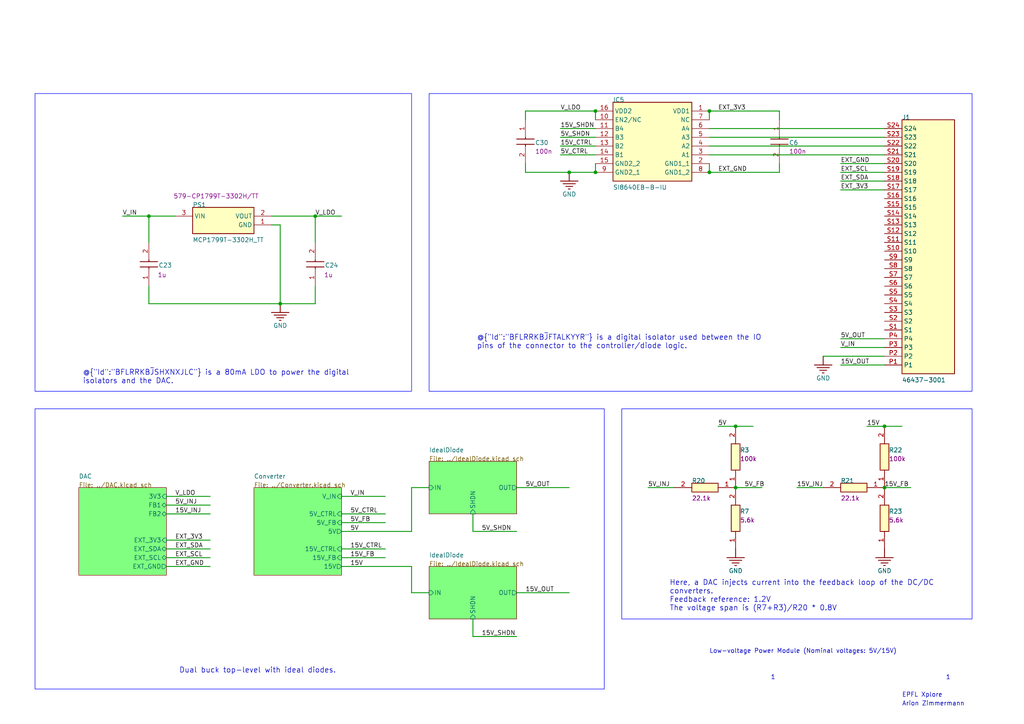
<source format=kicad_sch>
(kicad_sch (version 20230121) (generator eeschema)
  (paper "A4")
  (lib_symbols
    (symbol "Module-altium-import:GND_Style4" (power)
      (property "Reference" "#PWR" (at 0 0 0))
      (property "Value" "GND" (at 0 6.35 0))
      (symbol "GND_Style4_0_0"
        (polyline (pts (xy -2.54 -2.54) (xy 2.54 -2.54)) (stroke (width 0.254)))
        (polyline (pts (xy -1.778 -3.302) (xy 1.778 -3.302)) (stroke (width 0.254)))
        (polyline (pts (xy -1.016 -4.064) (xy 1.016 -4.064)) (stroke (width 0.254)))
        (polyline (pts (xy -0.254 -4.826) (xy 0.254 -4.826)) (stroke (width 0.254)))
        (polyline (pts (xy 0 0) (xy 0 -2.54)) (stroke (width 0.254)))
        (pin power_in line (at 0 0 0) (length 0) hide (name "GND") (number ""))
      )
    )
    (symbol "Module-altium-import:root_0_MCP1799T-3302H_TT"
      (symbol "root_0_MCP1799T-3302H_TT_1_0"
        (rectangle (start 22.86 2.54) (end 5.08 -5.08) (stroke (width 0.254)) (fill (type background)))
        (pin passive line (at 27.94 -2.54 180) (length 5.08) (name "GND") (number "1"))
        (pin passive line (at 27.94 0 180) (length 5.08) (name "VOUT") (number "2"))
        (pin passive line (at 0 0 0) (length 5.08) (name "VIN") (number "3"))
      )
    )
    (symbol "Module-altium-import:root_0_SI8640EB-B-IU"
      (symbol "root_0_SI8640EB-B-IU_1_0"
        (rectangle (start 27.94 2.54) (end 5.08 -20.32) (stroke (width 0.254)) (fill (type background)))
        (pin passive line (at 33.02 0 180) (length 5.08) (name "VDD1") (number "1"))
        (pin passive line (at 0 -2.54 0) (length 5.08) (name "EN2/NC") (number "10"))
        (pin passive line (at 0 -5.08 0) (length 5.08) (name "B4") (number "11"))
        (pin passive line (at 0 -7.62 0) (length 5.08) (name "B3") (number "12"))
        (pin passive line (at 0 -10.16 0) (length 5.08) (name "B2") (number "13"))
        (pin passive line (at 0 -12.7 0) (length 5.08) (name "B1") (number "14"))
        (pin passive line (at 0 -15.24 0) (length 5.08) (name "GND2_2") (number "15"))
        (pin passive line (at 0 0 0) (length 5.08) (name "VDD2") (number "16"))
        (pin passive line (at 33.02 -15.24 180) (length 5.08) (name "GND1_1") (number "2"))
        (pin passive line (at 33.02 -12.7 180) (length 5.08) (name "A1") (number "3"))
        (pin passive line (at 33.02 -10.16 180) (length 5.08) (name "A2") (number "4"))
        (pin passive line (at 33.02 -7.62 180) (length 5.08) (name "A3") (number "5"))
        (pin passive line (at 33.02 -5.08 180) (length 5.08) (name "A4") (number "6"))
        (pin passive line (at 33.02 -2.54 180) (length 5.08) (name "NC") (number "7"))
        (pin passive line (at 33.02 -17.78 180) (length 5.08) (name "GND1_2") (number "8"))
        (pin passive line (at 0 -17.78 0) (length 5.08) (name "GND2_1") (number "9"))
      )
    )
    (symbol "Module-altium-import:root_1_C1206C105K5RAC"
      (symbol "root_1_C1206C105K5RAC_1_0"
        (polyline (pts (xy -2.54 5.588) (xy 2.54 5.588)) (stroke (width 0.254)))
        (polyline (pts (xy -2.54 7.112) (xy 2.54 7.112)) (stroke (width 0.254)))
        (polyline (pts (xy 0 5.08) (xy 0 5.588)) (stroke (width 0.254)))
        (polyline (pts (xy 0 7.112) (xy 0 7.62)) (stroke (width 0.254)))
        (pin passive line (at 0 0 90) (length 5.08) (name "1") (number "1"))
        (pin passive line (at 0 12.7 270) (length 5.08) (name "2") (number "2"))
      )
    )
    (symbol "Module-altium-import:root_1_CRCW0603100KFKEAC"
      (symbol "root_1_CRCW0603100KFKEAC_1_0"
        (rectangle (start 1.27 12.7) (end -1.27 5.08) (stroke (width 0.254)) (fill (type background)))
        (pin passive line (at 0 0 90) (length 5.08) (name "1") (number "1"))
        (pin passive line (at 0 17.78 270) (length 5.08) (name "2") (number "2"))
      )
    )
    (symbol "Module-altium-import:root_1_CRCW06035K62FKEB"
      (symbol "root_1_CRCW06035K62FKEB_1_0"
        (rectangle (start 1.27 12.7) (end -1.27 5.08) (stroke (width 0.254)) (fill (type background)))
        (pin passive line (at 0 0 90) (length 5.08) (name "1") (number "1"))
        (pin passive line (at 0 17.78 270) (length 5.08) (name "2") (number "2"))
      )
    )
    (symbol "Module-altium-import:root_2_46437-3001"
      (symbol "root_2_46437-3001_1_0"
        (rectangle (start -5.08 106.68) (end -20.32 33.02) (stroke (width 0.254)) (fill (type background)))
        (pin passive line (at -25.4 35.56 0) (length 5.08) (name "P1") (number "P1"))
        (pin passive line (at -25.4 38.1 0) (length 5.08) (name "P2") (number "P2"))
        (pin passive line (at -25.4 40.64 0) (length 5.08) (name "P3") (number "P3"))
        (pin passive line (at -25.4 43.18 0) (length 5.08) (name "P4") (number "P4"))
        (pin passive line (at -25.4 45.72 0) (length 5.08) (name "S1") (number "S1"))
        (pin passive line (at -25.4 68.58 0) (length 5.08) (name "S10") (number "S10"))
        (pin passive line (at -25.4 71.12 0) (length 5.08) (name "S11") (number "S11"))
        (pin passive line (at -25.4 73.66 0) (length 5.08) (name "S12") (number "S12"))
        (pin passive line (at -25.4 76.2 0) (length 5.08) (name "S13") (number "S13"))
        (pin passive line (at -25.4 78.74 0) (length 5.08) (name "S14") (number "S14"))
        (pin passive line (at -25.4 81.28 0) (length 5.08) (name "S15") (number "S15"))
        (pin passive line (at -25.4 83.82 0) (length 5.08) (name "S16") (number "S16"))
        (pin passive line (at -25.4 86.36 0) (length 5.08) (name "S17") (number "S17"))
        (pin passive line (at -25.4 88.9 0) (length 5.08) (name "S18") (number "S18"))
        (pin passive line (at -25.4 91.44 0) (length 5.08) (name "S19") (number "S19"))
        (pin passive line (at -25.4 48.26 0) (length 5.08) (name "S2") (number "S2"))
        (pin passive line (at -25.4 93.98 0) (length 5.08) (name "S20") (number "S20"))
        (pin passive line (at -25.4 96.52 0) (length 5.08) (name "S21") (number "S21"))
        (pin passive line (at -25.4 99.06 0) (length 5.08) (name "S22") (number "S22"))
        (pin passive line (at -25.4 101.6 0) (length 5.08) (name "S23") (number "S23"))
        (pin passive line (at -25.4 104.14 0) (length 5.08) (name "S24") (number "S24"))
        (pin passive line (at -25.4 50.8 0) (length 5.08) (name "S3") (number "S3"))
        (pin passive line (at -25.4 53.34 0) (length 5.08) (name "S4") (number "S4"))
        (pin passive line (at -25.4 55.88 0) (length 5.08) (name "S5") (number "S5"))
        (pin passive line (at -25.4 58.42 0) (length 5.08) (name "S6") (number "S6"))
        (pin passive line (at -25.4 60.96 0) (length 5.08) (name "S7") (number "S7"))
        (pin passive line (at -25.4 63.5 0) (length 5.08) (name "S8") (number "S8"))
        (pin passive line (at -25.4 66.04 0) (length 5.08) (name "S9") (number "S9"))
      )
    )
    (symbol "Module-altium-import:root_2_CRCW06037K50FKEB"
      (symbol "root_2_CRCW06037K50FKEB_1_0"
        (rectangle (start -5.08 1.27) (end -12.7 -1.27) (stroke (width 0.254)) (fill (type background)))
        (pin passive line (at 0 0 180) (length 5.08) (name "1") (number "1"))
        (pin passive line (at -17.78 0 0) (length 5.08) (name "2") (number "2"))
      )
    )
    (symbol "Module-altium-import:root_3_C0603C104K5RACTU"
      (symbol "root_3_C0603C104K5RACTU_1_0"
        (polyline (pts (xy 0 -7.112) (xy 0 -7.62)) (stroke (width 0.254)))
        (polyline (pts (xy 0 -5.08) (xy 0 -5.588)) (stroke (width 0.254)))
        (polyline (pts (xy 2.54 -7.112) (xy -2.54 -7.112)) (stroke (width 0.254)))
        (polyline (pts (xy 2.54 -5.588) (xy -2.54 -5.588)) (stroke (width 0.254)))
        (pin passive line (at 0 0 270) (length 5.08) (name "1") (number "1"))
        (pin passive line (at 0 -12.7 90) (length 5.08) (name "2") (number "2"))
      )
    )
  )
  (junction (at 81.28 88.0872))
  (junction (at 165.1 49.9872))
  (junction (at 172.72 32.2072))
  (junction (at 205.74 32.2072))
  (junction (at 172.72 49.9872))
  (junction (at 213.36 141.4272))
  (junction (at 256.54 141.4272))
  (junction (at 213.36 123.6472))
  (junction (at 91.44 62.6872))
  (junction (at 205.74 49.9872))
  (junction (at 43.18 62.6872))
  (junction (at 256.54 123.6472))
  (wire (pts (xy 226.06 32.2072) (xy 226.06 34.7472)) (stroke (width 0.254)))
  (wire (pts (xy 172.72 32.2072) (xy 152.4 32.2072)) (stroke (width 0.254)))
  (wire (pts (xy 165.1 141.4272) (xy 149.86 141.4272)) (stroke (width 0.254)))
  (wire (pts (xy 91.44 88.0872) (xy 91.44 83.0072)) (stroke (width 0.254)))
  (wire (pts (xy 119.38 164.2872) (xy 119.38 171.9072)) (stroke (width 0.254)))
  (wire (pts (xy 256.54 47.4472) (xy 243.84 47.4472)) (stroke (width 0.254)))
  (wire (pts (xy 256.54 100.7872) (xy 243.84 100.7872)) (stroke (width 0.254)))
  (wire (pts (xy 60.96 143.9672) (xy 48.26 143.9672)) (stroke (width 0.254)))
  (wire (pts (xy 81.28 88.0872) (xy 91.44 88.0872)) (stroke (width 0.254)))
  (wire (pts (xy 60.96 159.2072) (xy 48.26 159.2072)) (stroke (width 0.254)))
  (wire (pts (xy 205.74 42.3672) (xy 256.54 42.3672)) (stroke (width 0.254)))
  (wire (pts (xy 111.76 151.5872) (xy 99.06 151.5872)) (stroke (width 0.254)))
  (wire (pts (xy 243.84 55.0672) (xy 256.54 55.0672)) (stroke (width 0.254)))
  (wire (pts (xy 208.28 123.6472) (xy 213.36 123.6472)) (stroke (width 0.254)))
  (wire (pts (xy 81.28 88.0872) (xy 81.28 65.2272)) (stroke (width 0.254)))
  (wire (pts (xy 226.06 47.4472) (xy 226.06 49.9872)) (stroke (width 0.254)))
  (wire (pts (xy 119.38 154.1272) (xy 119.38 141.4272)) (stroke (width 0.254)))
  (wire (pts (xy 187.96 141.4272) (xy 195.58 141.4272)) (stroke (width 0.254)))
  (wire (pts (xy 172.72 34.7472) (xy 172.72 32.2072)) (stroke (width 0.254)))
  (wire (pts (xy 152.4 32.2072) (xy 152.4 34.7472)) (stroke (width 0.254)))
  (wire (pts (xy 43.18 83.0072) (xy 43.18 88.0872)) (stroke (width 0.254)))
  (wire (pts (xy 137.16 154.1272) (xy 149.86 154.1272)) (stroke (width 0.254)))
  (wire (pts (xy 60.96 164.2872) (xy 48.26 164.2872)) (stroke (width 0.254)))
  (wire (pts (xy 99.06 149.0472) (xy 111.76 149.0472)) (stroke (width 0.254)))
  (wire (pts (xy 256.54 103.3272) (xy 238.76 103.3272)) (stroke (width 0.254)))
  (wire (pts (xy 137.16 149.0472) (xy 137.16 154.1272)) (stroke (width 0.254)))
  (wire (pts (xy 251.46 123.6472) (xy 256.54 123.6472)) (stroke (width 0.254)))
  (wire (pts (xy 91.44 62.6872) (xy 78.74 62.6872)) (stroke (width 0.254)))
  (wire (pts (xy 172.72 49.9872) (xy 172.72 47.4472)) (stroke (width 0.254)))
  (wire (pts (xy 99.06 159.2072) (xy 111.76 159.2072)) (stroke (width 0.254)))
  (wire (pts (xy 243.84 98.2472) (xy 256.54 98.2472)) (stroke (width 0.254)))
  (wire (pts (xy 256.54 39.8272) (xy 205.74 39.8272)) (stroke (width 0.254)))
  (wire (pts (xy 60.96 161.7472) (xy 48.26 161.7472)) (stroke (width 0.254)))
  (wire (pts (xy 205.74 37.2872) (xy 256.54 37.2872)) (stroke (width 0.254)))
  (wire (pts (xy 119.38 171.9072) (xy 124.46 171.9072)) (stroke (width 0.254)))
  (wire (pts (xy 91.44 70.3072) (xy 91.44 62.6872)) (stroke (width 0.254)))
  (wire (pts (xy 152.4 49.9872) (xy 165.1 49.9872)) (stroke (width 0.254)))
  (wire (pts (xy 213.36 123.6472) (xy 218.44 123.6472)) (stroke (width 0.254)))
  (wire (pts (xy 99.06 164.2872) (xy 119.38 164.2872)) (stroke (width 0.254)))
  (wire (pts (xy 48.26 156.6672) (xy 60.96 156.6672)) (stroke (width 0.254)))
  (wire (pts (xy 99.06 154.1272) (xy 119.38 154.1272)) (stroke (width 0.254)))
  (wire (pts (xy 231.14 141.4272) (xy 238.76 141.4272)) (stroke (width 0.254)))
  (wire (pts (xy 256.54 141.4272) (xy 264.16 141.4272)) (stroke (width 0.254)))
  (wire (pts (xy 91.44 62.6872) (xy 99.06 62.6872)) (stroke (width 0.254)))
  (wire (pts (xy 162.56 39.8272) (xy 172.72 39.8272)) (stroke (width 0.254)))
  (wire (pts (xy 35.56 62.6872) (xy 43.18 62.6872)) (stroke (width 0.254)))
  (wire (pts (xy 256.54 44.9072) (xy 205.74 44.9072)) (stroke (width 0.254)))
  (wire (pts (xy 43.18 62.6872) (xy 50.8 62.6872)) (stroke (width 0.254)))
  (wire (pts (xy 205.74 49.9872) (xy 205.74 47.4472)) (stroke (width 0.254)))
  (wire (pts (xy 48.26 149.0472) (xy 60.96 149.0472)) (stroke (width 0.254)))
  (wire (pts (xy 149.86 184.6072) (xy 137.16 184.6072)) (stroke (width 0.254)))
  (wire (pts (xy 43.18 70.3072) (xy 43.18 62.6872)) (stroke (width 0.254)))
  (wire (pts (xy 205.74 34.7472) (xy 205.74 32.2072)) (stroke (width 0.254)))
  (wire (pts (xy 43.18 88.0872) (xy 81.28 88.0872)) (stroke (width 0.254)))
  (wire (pts (xy 152.4 47.4472) (xy 152.4 49.9872)) (stroke (width 0.254)))
  (wire (pts (xy 226.06 49.9872) (xy 205.74 49.9872)) (stroke (width 0.254)))
  (wire (pts (xy 256.54 123.6472) (xy 261.62 123.6472)) (stroke (width 0.254)))
  (wire (pts (xy 213.36 141.4272) (xy 220.98 141.4272)) (stroke (width 0.254)))
  (wire (pts (xy 205.74 32.2072) (xy 226.06 32.2072)) (stroke (width 0.254)))
  (wire (pts (xy 137.16 184.6072) (xy 137.16 179.5272)) (stroke (width 0.254)))
  (wire (pts (xy 256.54 52.5272) (xy 243.84 52.5272)) (stroke (width 0.254)))
  (wire (pts (xy 111.76 161.7472) (xy 99.06 161.7472)) (stroke (width 0.254)))
  (wire (pts (xy 165.1 171.9072) (xy 149.86 171.9072)) (stroke (width 0.254)))
  (wire (pts (xy 162.56 42.3672) (xy 172.72 42.3672)) (stroke (width 0.254)))
  (wire (pts (xy 111.76 143.9672) (xy 99.06 143.9672)) (stroke (width 0.254)))
  (wire (pts (xy 256.54 105.8672) (xy 243.84 105.8672)) (stroke (width 0.254)))
  (wire (pts (xy 165.1 49.9872) (xy 172.72 49.9872)) (stroke (width 0.254)))
  (wire (pts (xy 119.38 141.4272) (xy 124.46 141.4272)) (stroke (width 0.254)))
  (wire (pts (xy 48.26 146.5072) (xy 60.96 146.5072)) (stroke (width 0.254)))
  (wire (pts (xy 162.56 44.9072) (xy 172.72 44.9072)) (stroke (width 0.254)))
  (wire (pts (xy 243.84 49.9872) (xy 256.54 49.9872)) (stroke (width 0.254)))
  (wire (pts (xy 162.56 37.2872) (xy 172.72 37.2872)) (stroke (width 0.254)))
  (wire (pts (xy 81.28 65.2272) (xy 78.74 65.2272)) (stroke (width 0.254)))
  (rectangle (start 175.26 118.5672) (end 10.16 199.8472) (stroke (width 0) (color 0 0 255 1)))
  (rectangle (start 119.38 27.1272) (end 10.16 113.4872) (stroke (width 0) (color 0 0 255 1)))
  (rectangle (start 281.94 118.5672) (end 180.34 179.5272) (stroke (width 0) (color 0 0 255 1)))
  (rectangle (start 281.94 27.1272) (end 124.46 113.4872) (stroke (width 0) (color 0 0 255 1)))
  (text_box "Dual buck top-level with ideal diodes." (at 137.16 192.2272 0) (size -86.36 7.62) (stroke (width -0.0001) (color 0 0 0 1)) (effects (font (size 1.524 1.524)) (justify left top)))
  (text_box "@{\"Id\":\"BFLRRKB~{J}FTALKYYR\"} is a digital isolator used between the IO pins of the connector to the controller/diode logic." (at 223.52 95.7072 0) (size -86.36 10.16) (stroke (width -0.0001) (color 0 0 0 1)) (effects (font (size 1.524 1.524)) (justify left top)))
  (text_box "@{\"Id\":\"BFLRRKB~{J}SHXNXJLC\"} is a 80mA LDO to power the digital isolators and the DAC." (at 109.22 105.8672 0) (size -86.36 7.62) (stroke (width -0.0001) (color 0 0 0 1)) (effects (font (size 1.524 1.524)) (justify left top)))
  (text_box "Here, a DAC injects current into the feedback loop of the DC/DC converters.\nFeedback reference: 1.2V\nThe voltage span is (R7+R3)/R20 * 0.8V" (at 279.4 166.8272 0) (size -86.36 12.7) (stroke (width -0.0001) (color 0 0 0 1)) (effects (font (size 1.524 1.524)) (justify left top)))
  (text "Arion Zimmermann" (at 261.62 204.9272 0) (effects (font (size 1.27 1.27)) (justify left bottom)))
  (text "1" (at 274.32 197.3072 0) (effects (font (size 1.27 1.27)) (justify left bottom)))
  (text "EPFL Xplore" (at 261.62 202.3872 0) (effects (font (size 1.27 1.27)) (justify left bottom)))
  (text "1" (at 223.52 197.3072 0) (effects (font (size 1.27 1.27)) (justify left bottom)))
  (text "Low-voltage Power Module (Nominal voltages: 5V/15V)" (at 205.74 189.6872 0) (effects (font (size 1.27 1.27)) (justify left bottom)))
  (label "V_IN" (at 35.56 62.6872 180))
  (label "15V_SHDN" (at 139.7 184.6072 180))
  (label "EXT_SCL" (at 243.84 49.9872 180))
  (label "EXT_GND" (at 243.84 47.4472 180))
  (label "EXT_GND" (at 50.8 164.2872 180))
  (label "15V_FB" (at 101.6 161.7472 180))
  (label "5V_FB" (at 101.6 151.5872 180))
  (label "EXT_SDA" (at 50.8 159.2072 180))
  (label "5V" (at 101.6 154.1272 180))
  (label "V_LDO" (at 162.56 32.2072 180))
  (label "5V_CTRL" (at 162.56 44.9072 180))
  (label "5V" (at 208.28 123.6472 180))
  (label "5V_INJ" (at 187.96 141.4272 180))
  (label "15V_FB" (at 256.54 141.4272 180))
  (label "15V_OUT" (at 243.84 105.8672 180))
  (label "5V_CTRL" (at 101.6 149.0472 180))
  (label "EXT_SCL" (at 50.8 161.7472 180))
  (label "15V" (at 251.46 123.6472 180))
  (label "15V_CTRL" (at 101.6 159.2072 180))
  (label "5V_INJ" (at 50.8 146.5072 180))
  (label "15V_INJ" (at 50.8 149.0472 180))
  (label "EXT_3V3" (at 50.8 156.6672 180))
  (label "5V_SHDN" (at 139.7 154.1272 180))
  (label "V_IN" (at 101.6 143.9672 180))
  (label "V_IN" (at 243.84 100.7872 180))
  (label "EXT_SDA" (at 243.84 52.5272 180))
  (label "15V_OUT" (at 152.4 171.9072 180))
  (label "15V_INJ" (at 231.14 141.4272 180))
  (label "5V_SHDN" (at 162.56 39.8272 180))
  (label "5V_OUT" (at 152.4 141.4272 180))
  (label "15V" (at 101.6 164.2872 180))
  (label "5V_FB" (at 215.9 141.4272 180))
  (label "V_LDO" (at 91.44 62.6872 180))
  (label "5V_OUT" (at 243.84 98.2472 180))
  (label "15V_SHDN" (at 162.56 37.2872 180))
  (label "15V_CTRL" (at 162.56 42.3672 180))
  (label "EXT_3V3" (at 208.28 32.2072 180))
  (label "EXT_3V3" (at 243.84 55.0672 180))
  (label "EXT_GND" (at 208.28 49.9872 180))
  (label "V_LDO" (at 50.8 143.9672 180))
  (symbol (lib_id "Module-altium-import:root_1_CRCW0603100KFKEAC") (at 213.36 141.4272 0) (unit 1)
    (property "Reference" "R3" (at 214.63 131.2672 0) (effects (justify left bottom)))
    (property "Value" "CRCW0603100KJNEAC" (effects hide))
    (property "Footprint" "C__Users_Arion_Documents_AltiumLL_SamacSys.PcbLib:RESC1608X55N" (effects hide))
    (property "DATASHEET LINK" "https://www.mouser.com/datasheet/2/427/crcwce3-1223726.pdf" (effects hide))
    (property "HEIGHT" "0.55mm" (effects hide))
    (property "MANUFACTURER_NAME" "Vishay" (effects hide))
    (property "MANUFACTURER_PART_NUMBER" "CRCW0603100KFKEAC" (effects hide))
    (property "MOUSER PART NUMBER" "71-CRCW0603100KFKEAC" (effects hide))
    (property "MOUSER PRICE/STOCK" "https://www.mouser.co.uk/ProductDetail/Vishay-Dale/CRCW0603100KFKEAC?qs=E3Y5ESvWgWPxzfNYyMgX1w%3D%3D" (effects hide))
    (property "ARROW PART NUMBER" "CRCW0603100KFKEAC" (effects hide))
    (property "ARROW PRICE/STOCK" "https://www.arrow.com/en/products/crcw0603100kfkeac/vishay" (effects hide))
    (property "ALTIUM_VALUE" "100k" (at 214.63 133.8072 0) (effects (justify left bottom)))
    (property "SUPPLIER 1" "Mouser" (effects hide))
    (property "SUPPLIER PART NUMBER 1" "71-CRCW0603100KJNEAC" (effects hide))
  )
  (symbol (lib_id "Module-altium-import:root_1_CRCW06035K62FKEB") (at 256.54 159.2072 0) (unit 1)
    (property "Reference" "R23" (at 257.81 149.0472 0) (effects (justify left bottom)))
    (property "Value" "CRCW06035K60JNEAC" (effects hide))
    (property "Footprint" "C__Users_Arion_Documents_AltiumLL_SamacSys.PcbLib:RESC1608X50N" (effects hide))
    (property "DATASHEET LINK" "http://www.vishay.com/docs/20035/dcrcwe3.pdf" (effects hide))
    (property "HEIGHT" "0.5mm" (effects hide))
    (property "MANUFACTURER_NAME" "Vishay" (effects hide))
    (property "MANUFACTURER_PART_NUMBER" "CRCW06035K62FKEB" (effects hide))
    (property "MOUSER PART NUMBER" "71-CRCW06035K62FKEB" (effects hide))
    (property "MOUSER PRICE/STOCK" "https://www.mouser.co.uk/ProductDetail/Vishay-Dale/CRCW06035K62FKEB?qs=P6ImCWcZKGBvDktlVJxa7w%3D%3D" (effects hide))
    (property "ALTIUM_VALUE" "5.6k" (at 257.81 151.5872 0) (effects (justify left bottom)))
    (property "SUPPLIER 1" "Mouser" (effects hide))
    (property "SUPPLIER PART NUMBER 1" "71-CRCW06035K60JNEAC" (effects hide))
  )
  (symbol (lib_id "Module-altium-import:root_2_CRCW06037K50FKEB") (at 213.36 141.4272 0) (unit 1)
    (property "Reference" "R20" (at 200.66 140.1572 0) (effects (justify left bottom)))
    (property "Value" "CRCW060322K1FKEB" (effects hide))
    (property "Footprint" "C__Users_Arion_Documents_AltiumLL_SamacSys.PcbLib:RESC1608X50N" (effects hide))
    (property "DATASHEET LINK" "http://www.vishay.com/docs/20035/dcrcwe3.pdf" (effects hide))
    (property "HEIGHT" "0.5mm" (effects hide))
    (property "MANUFACTURER_NAME" "Vishay" (effects hide))
    (property "MANUFACTURER_PART_NUMBER" "CRCW06037K50FKEB" (effects hide))
    (property "MOUSER PART NUMBER" "71-CRCW06037K50FKEB" (effects hide))
    (property "MOUSER PRICE/STOCK" "https://www.mouser.co.uk/ProductDetail/Vishay-Dale/CRCW06037K50FKEB?qs=2ihuRUavkaTvW2vO4EimMQ%3D%3D" (effects hide))
    (property "ALTIUM_VALUE" "22.1k" (at 200.66 145.2372 0) (effects (justify left bottom)))
    (property "SUPPLIER 1" "Mouser" (effects hide))
    (property "SUPPLIER PART NUMBER 1" "71-CRCW060322K1FKEB" (effects hide))
  )
  (symbol (lib_id "Module-altium-import:root_2_46437-3001") (at 281.94 141.4272 0) (unit 1)
    (property "Reference" "J1" (at 261.62 34.7472 0) (effects (justify left bottom)))
    (property "Value" "46437-3001" (at 261.62 110.9472 0) (effects (justify left bottom)))
    (property "Footprint" "464373001" (effects hide))
    (property "DATASHEET LINK" "https://componentsearchengine.com/Datasheets/1/46437-3007.pdf" (effects hide))
    (property "HEIGHT" "10mm" (effects hide))
    (property "MANUFACTURER_NAME" "Molex" (effects hide))
    (property "MANUFACTURER_PART_NUMBER" "46437-3001" (effects hide))
    (property "MOUSER PART NUMBER" "538-46437-3001" (effects hide))
    (property "MOUSER PRICE/STOCK" "https://www.mouser.com/Search/Refine.aspx?Keyword=538-46437-3007" (effects hide))
    (property "SYSTEM" "Connector" (effects hide))
  )
  (symbol (lib_id "Module-altium-import:root_3_C0603C104K5RACTU") (at 152.4 34.7472 0) (unit 1)
    (property "Reference" "C30" (at 155.194 42.1132 0) (effects (justify left bottom)))
    (property "Value" "C0603C104K5RACTU" (effects hide))
    (property "Footprint" "C__Users_Arion_Documents_AltiumLL_SamacSys.PcbLib:CAPC1608X95N" (effects hide))
    (property "DATASHEET LINK" "http://www.farnell.com/datasheets/2205446.pdf" (effects hide))
    (property "HEIGHT" "0.95mm" (effects hide))
    (property "MANUFACTURER_NAME" "Kemet" (effects hide))
    (property "MANUFACTURER_PART_NUMBER" "C0603C104K5RACTU" (effects hide))
    (property "MOUSER PART NUMBER" "80-C0603C104K5R" (effects hide))
    (property "MOUSER PRICE/STOCK" "https://www.mouser.co.uk/ProductDetail/KEMET/C0603C104K5RACTU?qs=l5k%252BbMnNDkkVcnZPSAaaiQ%3D%3D" (effects hide))
    (property "ARROW PART NUMBER" "C0603C104K5RACTU" (effects hide))
    (property "ARROW PRICE/STOCK" "https://www.arrow.com/en/products/c0603c104k5ractu/kemet-corporation" (effects hide))
    (property "ALTIUM_VALUE" "100n" (at 155.194 44.6532 0) (effects (justify left bottom)))
    (property "SUPPLIER 1" "Mouser" (effects hide))
    (property "SUPPLIER PART NUMBER 1" "80-C0603C104K5R" (effects hide))
  )
  (symbol (lib_id "Module-altium-import:root_0_SI8640EB-B-IU") (at 172.72 32.2072 0) (unit 1)
    (property "Reference" "IC5" (at 177.8 29.6672 0) (effects (justify left bottom)))
    (property "Value" "SI8640EB-B-IU" (at 177.8 55.0672 0) (effects (justify left bottom)))
    (property "Footprint" "C__Users_Arion_Documents_AltiumLL_SamacSys.PcbLib:SOP64P600X175-16N" (effects hide))
    (property "DATASHEET LINK" "https://www.mouser.in/datasheet/2/472/si864x_datasheet-2507790.pdf" (effects hide))
    (property "HEIGHT" "1.75mm" (effects hide))
    (property "MANUFACTURER_NAME" "Skyworks" (effects hide))
    (property "MANUFACTURER_PART_NUMBER" "SI8640EB-B-IU" (effects hide))
    (property "MOUSER PART NUMBER" "634-SI8640EB-B-IU" (effects hide))
    (property "MOUSER PRICE/STOCK" "https://www.mouser.co.uk/ProductDetail/Skyworks-Solutions-Inc/SI8640EB-B-IU?qs=1mbolxNpo8djAX8%252BwHCeQQ%3D%3D" (effects hide))
  )
  (symbol (lib_id "Module-altium-import:root_1_CRCW06035K62FKEB") (at 213.36 159.2072 0) (unit 1)
    (property "Reference" "R7" (at 214.63 149.0472 0) (effects (justify left bottom)))
    (property "Value" "CRCW06035K60JNEAC" (effects hide))
    (property "Footprint" "C__Users_Arion_Documents_AltiumLL_SamacSys.PcbLib:RESC1608X50N" (effects hide))
    (property "DATASHEET LINK" "http://www.vishay.com/docs/20035/dcrcwe3.pdf" (effects hide))
    (property "HEIGHT" "0.5mm" (effects hide))
    (property "MANUFACTURER_NAME" "Vishay" (effects hide))
    (property "MANUFACTURER_PART_NUMBER" "CRCW06035K62FKEB" (effects hide))
    (property "MOUSER PART NUMBER" "71-CRCW06035K62FKEB" (effects hide))
    (property "MOUSER PRICE/STOCK" "https://www.mouser.co.uk/ProductDetail/Vishay-Dale/CRCW06035K62FKEB?qs=P6ImCWcZKGBvDktlVJxa7w%3D%3D" (effects hide))
    (property "ALTIUM_VALUE" "5.6k" (at 214.63 151.5872 0) (effects (justify left bottom)))
    (property "SUPPLIER 1" "Mouser" (effects hide))
    (property "SUPPLIER PART NUMBER 1" "71-CRCW06035K60JNEAC" (effects hide))
  )
  (symbol (lib_id "Module-altium-import:root_1_CRCW0603100KFKEAC") (at 256.54 141.4272 0) (unit 1)
    (property "Reference" "R22" (at 257.81 131.2672 0) (effects (justify left bottom)))
    (property "Value" "CRCW0603100KJNEAC" (effects hide))
    (property "Footprint" "C__Users_Arion_Documents_AltiumLL_SamacSys.PcbLib:RESC1608X55N" (effects hide))
    (property "DATASHEET LINK" "https://www.mouser.com/datasheet/2/427/crcwce3-1223726.pdf" (effects hide))
    (property "HEIGHT" "0.55mm" (effects hide))
    (property "MANUFACTURER_NAME" "Vishay" (effects hide))
    (property "MANUFACTURER_PART_NUMBER" "CRCW0603100KFKEAC" (effects hide))
    (property "MOUSER PART NUMBER" "71-CRCW0603100KFKEAC" (effects hide))
    (property "MOUSER PRICE/STOCK" "https://www.mouser.co.uk/ProductDetail/Vishay-Dale/CRCW0603100KFKEAC?qs=E3Y5ESvWgWPxzfNYyMgX1w%3D%3D" (effects hide))
    (property "ARROW PART NUMBER" "CRCW0603100KFKEAC" (effects hide))
    (property "ARROW PRICE/STOCK" "https://www.arrow.com/en/products/crcw0603100kfkeac/vishay" (effects hide))
    (property "ALTIUM_VALUE" "100k" (at 257.81 133.8072 0) (effects (justify left bottom)))
    (property "SUPPLIER 1" "Mouser" (effects hide))
    (property "SUPPLIER PART NUMBER 1" "71-CRCW0603100KJNEAC" (effects hide))
  )
  (symbol (lib_id "Module-altium-import:GND_Style4") (at 213.36 159.2072 0) (unit 1)
    (property "Reference" "#PWR?" (effects hide))
    (property "Value" "GND" (at 213.36 165.5572 0))
  )
  (symbol (lib_id "Module-altium-import:root_0_MCP1799T-3302H_TT") (at 50.8 62.6872 0) (unit 1)
    (property "Reference" "PS1" (at 55.88 60.1472 0) (effects (justify left bottom)))
    (property "Value" "MCP1799T-3302H_TT" (at 55.88 70.3072 0) (effects (justify left bottom)))
    (property "Footprint" "C__Users_Arion_Documents_AltiumLL_SamacSys.PcbLib:SOT95P237X112-3N" (effects hide))
    (property "DATASHEET LINK" "https://ms.componentsearchengine.com/Datasheets/1/MCP1799T-3302H_TT.pdf" (effects hide))
    (property "HEIGHT" "1.12mm" (effects hide))
    (property "MANUFACTURER_NAME" "Microchip" (effects hide))
    (property "MANUFACTURER_PART_NUMBER" "MCP1799T-3302H/TT" (effects hide))
    (property "MOUSER PART NUMBER" "579-CP1799T-3302H/TT" (effects hide))
    (property "MOUSER PRICE/STOCK" "https://www.mouser.co.uk/ProductDetail/Microchip-Technology-Atmel/MCP1799T-3302H-TT?qs=BJlw7L4Cy78EAGTR6Iuibw%3D%3D" (effects hide))
    (property "ARROW PART NUMBER" "MCP1799T-3302H/TT" (effects hide))
    (property "ARROW PRICE/STOCK" "https://www.arrow.com/en/products/mcp1799t-3302htt/microchip-technology?region=nac" (effects hide))
    (property "SUPPLIER 1" "Mouser" (effects hide))
    (property "SUPPLIER PART NUMBER 1" "579-CP1799T-3302H/TT" (at 50.292 57.6072 0) (effects (justify left bottom)))
  )
  (symbol (lib_id "Module-altium-import:root_1_C1206C105K5RAC") (at 43.18 83.0072 0) (unit 1)
    (property "Reference" "C23" (at 45.974 77.6732 0) (effects (justify left bottom)))
    (property "Value" "C1206C105K5RAC" (effects hide))
    (property "Footprint" "C__Users_Arion_Documents_AltiumLL_SamacSys.PcbLib:CAPC3216X110N" (effects hide))
    (property "DATASHEET LINK" "https://www.kemet.com/specsheet/C1206C105K5RACTU" (effects hide))
    (property "HEIGHT" "1.1mm" (effects hide))
    (property "MANUFACTURER_NAME" "KEMET" (effects hide))
    (property "MANUFACTURER_PART_NUMBER" "C1206C105K5RAC" (effects hide))
    (property "MOUSER PART NUMBER" "80-C1206C105K5RAC" (effects hide))
    (property "MOUSER PRICE/STOCK" "https://www.mouser.co.uk/ProductDetail/KEMET/C1206C105K5RAC?qs=NTAB53G5bVDYFBtoIe7UwQ%3D%3D" (effects hide))
    (property "ARROW PART NUMBER" "C1206C105K5RAC" (effects hide))
    (property "ARROW PRICE/STOCK" "https://www.arrow.com/en/products/c1206c105k5rac/kemet-corporation" (effects hide))
    (property "ALTIUM_VALUE" "1u" (at 45.72 80.4672 0) (effects (justify left bottom)))
  )
  (symbol (lib_id "Module-altium-import:GND_Style4") (at 165.1 49.9872 0) (unit 1)
    (property "Reference" "#PWR?" (effects hide))
    (property "Value" "GND" (at 165.1 56.3372 0))
  )
  (symbol (lib_id "Module-altium-import:GND_Style4") (at 81.28 88.0872 0) (unit 1)
    (property "Reference" "#PWR?" (effects hide))
    (property "Value" "GND" (at 81.28 94.4372 0))
  )
  (symbol (lib_id "Module-altium-import:root_2_CRCW06037K50FKEB") (at 256.54 141.4272 0) (unit 1)
    (property "Reference" "R21" (at 243.84 140.1572 0) (effects (justify left bottom)))
    (property "Value" "CRCW060322K1FKEB" (effects hide))
    (property "Footprint" "C__Users_Arion_Documents_AltiumLL_SamacSys.PcbLib:RESC1608X50N" (effects hide))
    (property "DATASHEET LINK" "http://www.vishay.com/docs/20035/dcrcwe3.pdf" (effects hide))
    (property "HEIGHT" "0.5mm" (effects hide))
    (property "MANUFACTURER_NAME" "Vishay" (effects hide))
    (property "MANUFACTURER_PART_NUMBER" "CRCW06037K50FKEB" (effects hide))
    (property "MOUSER PART NUMBER" "71-CRCW06037K50FKEB" (effects hide))
    (property "MOUSER PRICE/STOCK" "https://www.mouser.co.uk/ProductDetail/Vishay-Dale/CRCW06037K50FKEB?qs=2ihuRUavkaTvW2vO4EimMQ%3D%3D" (effects hide))
    (property "ALTIUM_VALUE" "22.1k" (at 243.84 145.2372 0) (effects (justify left bottom)))
    (property "SUPPLIER 1" "Mouser" (effects hide))
    (property "SUPPLIER PART NUMBER 1" "71-CRCW060322K1FKEB" (effects hide))
  )
  (symbol (lib_id "Module-altium-import:GND_Style4") (at 256.54 159.2072 0) (unit 1)
    (property "Reference" "#PWR?" (effects hide))
    (property "Value" "GND" (at 256.54 165.5572 0))
  )
  (symbol (lib_id "Module-altium-import:root_1_C1206C105K5RAC") (at 91.44 83.0072 0) (unit 1)
    (property "Reference" "C24" (at 94.234 77.6732 0) (effects (justify left bottom)))
    (property "Value" "C1206C105K5RAC" (effects hide))
    (property "Footprint" "C__Users_Arion_Documents_AltiumLL_SamacSys.PcbLib:CAPC3216X110N" (effects hide))
    (property "DATASHEET LINK" "https://www.kemet.com/specsheet/C1206C105K5RACTU" (effects hide))
    (property "HEIGHT" "1.1mm" (effects hide))
    (property "MANUFACTURER_NAME" "KEMET" (effects hide))
    (property "MANUFACTURER_PART_NUMBER" "C1206C105K5RAC" (effects hide))
    (property "MOUSER PART NUMBER" "80-C1206C105K5RAC" (effects hide))
    (property "MOUSER PRICE/STOCK" "https://www.mouser.co.uk/ProductDetail/KEMET/C1206C105K5RAC?qs=NTAB53G5bVDYFBtoIe7UwQ%3D%3D" (effects hide))
    (property "ARROW PART NUMBER" "C1206C105K5RAC" (effects hide))
    (property "ARROW PRICE/STOCK" "https://www.arrow.com/en/products/c1206c105k5rac/kemet-corporation" (effects hide))
    (property "ALTIUM_VALUE" "1u" (at 93.98 80.4672 0) (effects (justify left bottom)))
  )
  (symbol (lib_id "Module-altium-import:root_3_C0603C104K5RACTU") (at 226.06 34.7472 0) (unit 1)
    (property "Reference" "C6" (at 228.854 42.1132 0) (effects (justify left bottom)))
    (property "Value" "C0603C104K5RACTU" (effects hide))
    (property "Footprint" "C__Users_Arion_Documents_AltiumLL_SamacSys.PcbLib:CAPC1608X95N" (effects hide))
    (property "DATASHEET LINK" "http://www.farnell.com/datasheets/2205446.pdf" (effects hide))
    (property "HEIGHT" "0.95mm" (effects hide))
    (property "MANUFACTURER_NAME" "Kemet" (effects hide))
    (property "MANUFACTURER_PART_NUMBER" "C0603C104K5RACTU" (effects hide))
    (property "MOUSER PART NUMBER" "80-C0603C104K5R" (effects hide))
    (property "MOUSER PRICE/STOCK" "https://www.mouser.co.uk/ProductDetail/KEMET/C0603C104K5RACTU?qs=l5k%252BbMnNDkkVcnZPSAaaiQ%3D%3D" (effects hide))
    (property "ARROW PART NUMBER" "C0603C104K5RACTU" (effects hide))
    (property "ARROW PRICE/STOCK" "https://www.arrow.com/en/products/c0603c104k5ractu/kemet-corporation" (effects hide))
    (property "ALTIUM_VALUE" "100n" (at 228.854 44.6532 0) (effects (justify left bottom)))
    (property "SUPPLIER 1" "Mouser" (effects hide))
    (property "SUPPLIER PART NUMBER 1" "80-C0603C104K5R" (effects hide))
  )
  (symbol (lib_id "Module-altium-import:GND_Style4") (at 238.76 103.3272 0) (unit 1)
    (property "Reference" "#PWR?" (effects hide))
    (property "Value" "GND" (at 238.76 109.6772 0))
  )
  (sheet (at 73.66 141.4272) (size 25.4 25.4) (stroke (width 0) (color 128 0 0 1)) (fill (color 128 255 128 1.0000))
    (property "Sheetname" "Converter" (at 73.66 138.8872 0) (effects (justify left bottom)))
    (property "Sheetfile" "../Converter.kicad_sch" (at 73.66 141.4272 0) (effects (justify left bottom)))
    (pin "V_IN" input (at 99.06 143.9672 0))
    (pin "5V" output (at 99.06 154.1272 0))
    (pin "15V" output (at 99.06 164.2872 0))
    (pin "5V_CTRL" input (at 99.06 149.0472 0))
    (pin "15V_CTRL" input (at 99.06 159.2072 0))
    (pin "5V_FB" input (at 99.06 151.5872 0))
    (pin "15V_FB" input (at 99.06 161.7472 0))
  )
  (sheet (at 124.46 164.2872) (size 25.4 15.24) (stroke (width 0) (color 128 0 0 1)) (fill (color 128 255 128 1.0000))
    (property "Sheetname" "IdealDiode" (at 124.46 161.7472 0) (effects (justify left bottom)))
    (property "Sheetfile" "../IdealDiode.kicad_sch" (at 124.46 164.2872 0) (effects (justify left bottom)))
    (pin "IN" input (at 124.46 171.9072 180))
    (pin "OUT" output (at 149.86 171.9072 0))
    (pin "SHDN" input (at 137.16 179.5272 270))
  )
  (sheet (at 22.86 141.4272) (size 25.4 25.4) (stroke (width 0) (color 128 0 0 1)) (fill (color 128 255 128 1.0000))
    (property "Sheetname" "DAC" (at 22.86 138.8872 0) (effects (justify left bottom)))
    (property "Sheetfile" "../DAC.kicad_sch" (at 22.86 141.4272 0) (effects (justify left bottom)))
    (pin "3V3" input (at 48.26 143.9672 0))
    (pin "FB2" bidirectional (at 48.26 149.0472 0))
    (pin "FB1" bidirectional (at 48.26 146.5072 0))
    (pin "EXT_3V3" input (at 48.26 156.6672 0))
    (pin "EXT_SDA" bidirectional (at 48.26 159.2072 0))
    (pin "EXT_SCL" bidirectional (at 48.26 161.7472 0))
    (pin "EXT_GND" output (at 48.26 164.2872 0))
  )
  (sheet (at 124.46 133.8072) (size 25.4 15.24) (stroke (width 0) (color 128 0 0 1)) (fill (color 128 255 128 1.0000))
    (property "Sheetname" "IdealDiode" (at 124.46 131.2672 0) (effects (justify left bottom)))
    (property "Sheetfile" "../IdealDiode.kicad_sch" (at 124.46 133.8072 0) (effects (justify left bottom)))
    (pin "IN" input (at 124.46 141.4272 180))
    (pin "OUT" output (at 149.86 141.4272 0))
    (pin "SHDN" input (at 137.16 149.0472 270))
  )
)
</source>
